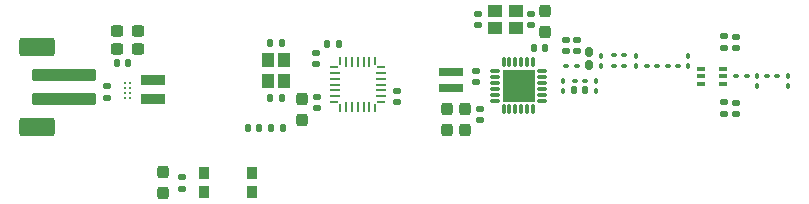
<source format=gbr>
%TF.GenerationSoftware,KiCad,Pcbnew,7.0.9*%
%TF.CreationDate,2024-11-24T18:14:13+08:00*%
%TF.ProjectId,node_v0.1,6e6f6465-5f76-4302-9e31-2e6b69636164,rev?*%
%TF.SameCoordinates,Original*%
%TF.FileFunction,Paste,Top*%
%TF.FilePolarity,Positive*%
%FSLAX46Y46*%
G04 Gerber Fmt 4.6, Leading zero omitted, Abs format (unit mm)*
G04 Created by KiCad (PCBNEW 7.0.9) date 2024-11-24 18:14:13*
%MOMM*%
%LPD*%
G01*
G04 APERTURE LIST*
G04 Aperture macros list*
%AMRoundRect*
0 Rectangle with rounded corners*
0 $1 Rounding radius*
0 $2 $3 $4 $5 $6 $7 $8 $9 X,Y pos of 4 corners*
0 Add a 4 corners polygon primitive as box body*
4,1,4,$2,$3,$4,$5,$6,$7,$8,$9,$2,$3,0*
0 Add four circle primitives for the rounded corners*
1,1,$1+$1,$2,$3*
1,1,$1+$1,$4,$5*
1,1,$1+$1,$6,$7*
1,1,$1+$1,$8,$9*
0 Add four rect primitives between the rounded corners*
20,1,$1+$1,$2,$3,$4,$5,0*
20,1,$1+$1,$4,$5,$6,$7,0*
20,1,$1+$1,$6,$7,$8,$9,0*
20,1,$1+$1,$8,$9,$2,$3,0*%
%AMFreePoly0*
4,1,14,0.230680,0.111820,0.364320,-0.021821,0.377500,-0.053642,0.377500,-0.080000,0.364320,-0.111820,0.332500,-0.125000,-0.332500,-0.125000,-0.364320,-0.111820,-0.377500,-0.080000,-0.377500,0.080000,-0.364320,0.111820,-0.332500,0.125000,0.198860,0.125000,0.230680,0.111820,0.230680,0.111820,$1*%
%AMFreePoly1*
4,1,14,0.364320,0.111820,0.377500,0.080000,0.377501,0.053640,0.364318,0.021819,0.230680,-0.111820,0.198860,-0.125000,-0.332500,-0.125000,-0.364320,-0.111820,-0.377500,-0.080000,-0.377500,0.080000,-0.364320,0.111820,-0.332500,0.125000,0.332500,0.125000,0.364320,0.111820,0.364320,0.111820,$1*%
%AMFreePoly2*
4,1,15,0.053642,0.377500,0.080000,0.377500,0.111820,0.364320,0.125000,0.332500,0.125000,-0.332500,0.111820,-0.364320,0.080000,-0.377500,-0.080000,-0.377500,-0.111820,-0.364320,-0.125000,-0.332500,-0.125000,0.198860,-0.111820,0.230680,0.021820,0.364320,0.053640,0.377501,0.053642,0.377500,0.053642,0.377500,$1*%
%AMFreePoly3*
4,1,14,-0.021820,0.364320,0.111820,0.230679,0.125001,0.198860,0.125000,-0.332500,0.111820,-0.364320,0.080000,-0.377500,-0.080000,-0.377500,-0.111820,-0.364320,-0.125000,-0.332500,-0.125000,0.332500,-0.111820,0.364320,-0.080000,0.377500,-0.053640,0.377500,-0.021820,0.364320,-0.021820,0.364320,$1*%
%AMFreePoly4*
4,1,14,0.364320,0.111820,0.377500,0.080000,0.377500,-0.080000,0.364320,-0.111820,0.332500,-0.125000,-0.198860,-0.125001,-0.230680,-0.111818,-0.364320,0.021820,-0.377500,0.053640,-0.377500,0.080000,-0.364320,0.111820,-0.332500,0.125000,0.332500,0.125000,0.364320,0.111820,0.364320,0.111820,$1*%
%AMFreePoly5*
4,1,15,-0.198858,0.125000,0.332500,0.125000,0.364320,0.111820,0.377500,0.080000,0.377500,-0.080000,0.364320,-0.111820,0.332500,-0.125000,-0.332500,-0.125000,-0.364320,-0.111820,-0.377500,-0.080000,-0.377500,-0.053640,-0.364320,-0.021820,-0.230680,0.111820,-0.198860,0.125001,-0.198858,0.125000,-0.198858,0.125000,$1*%
%AMFreePoly6*
4,1,14,0.111820,0.364320,0.125000,0.332500,0.125001,-0.198860,0.111818,-0.230680,-0.021820,-0.364320,-0.053640,-0.377500,-0.080000,-0.377500,-0.111820,-0.364320,-0.125000,-0.332500,-0.125000,0.332500,-0.111820,0.364320,-0.080000,0.377500,0.080000,0.377500,0.111820,0.364320,0.111820,0.364320,$1*%
%AMFreePoly7*
4,1,14,0.111820,0.364320,0.125000,0.332500,0.125000,-0.332500,0.111820,-0.364320,0.080000,-0.377500,0.053640,-0.377501,0.021819,-0.364318,-0.111820,-0.230680,-0.125000,-0.198860,-0.125000,0.332500,-0.111820,0.364320,-0.080000,0.377500,0.080000,0.377500,0.111820,0.364320,0.111820,0.364320,$1*%
G04 Aperture macros list end*
%ADD10RoundRect,0.140000X-0.170000X0.140000X-0.170000X-0.140000X0.170000X-0.140000X0.170000X0.140000X0*%
%ADD11RoundRect,0.237500X-0.237500X0.300000X-0.237500X-0.300000X0.237500X-0.300000X0.237500X0.300000X0*%
%ADD12RoundRect,0.140000X-0.140000X-0.170000X0.140000X-0.170000X0.140000X0.170000X-0.140000X0.170000X0*%
%ADD13RoundRect,0.140000X0.170000X-0.140000X0.170000X0.140000X-0.170000X0.140000X-0.170000X-0.140000X0*%
%ADD14RoundRect,0.237500X0.237500X-0.300000X0.237500X0.300000X-0.237500X0.300000X-0.237500X-0.300000X0*%
%ADD15R,1.000000X1.150000*%
%ADD16RoundRect,0.135000X0.135000X0.185000X-0.135000X0.185000X-0.135000X-0.185000X0.135000X-0.185000X0*%
%ADD17RoundRect,0.090000X-0.139000X-0.090000X0.139000X-0.090000X0.139000X0.090000X-0.139000X0.090000X0*%
%ADD18RoundRect,0.160000X-0.160000X0.222500X-0.160000X-0.222500X0.160000X-0.222500X0.160000X0.222500X0*%
%ADD19RoundRect,0.090000X-0.090000X0.139000X-0.090000X-0.139000X0.090000X-0.139000X0.090000X0.139000X0*%
%ADD20RoundRect,0.135000X-0.185000X0.135000X-0.185000X-0.135000X0.185000X-0.135000X0.185000X0.135000X0*%
%ADD21FreePoly0,0.000000*%
%ADD22RoundRect,0.062500X-0.375000X-0.062500X0.375000X-0.062500X0.375000X0.062500X-0.375000X0.062500X0*%
%ADD23FreePoly1,0.000000*%
%ADD24FreePoly2,0.000000*%
%ADD25RoundRect,0.062500X-0.062500X-0.375000X0.062500X-0.375000X0.062500X0.375000X-0.062500X0.375000X0*%
%ADD26FreePoly3,0.000000*%
%ADD27FreePoly4,0.000000*%
%ADD28FreePoly5,0.000000*%
%ADD29FreePoly6,0.000000*%
%ADD30FreePoly7,0.000000*%
%ADD31R,0.900000X1.000000*%
%ADD32RoundRect,0.090000X0.090000X-0.139000X0.090000X0.139000X-0.090000X0.139000X-0.090000X-0.139000X0*%
%ADD33R,0.650000X0.400000*%
%ADD34RoundRect,0.237500X0.237500X-0.287500X0.237500X0.287500X-0.237500X0.287500X-0.237500X-0.287500X0*%
%ADD35RoundRect,0.090000X0.139000X0.090000X-0.139000X0.090000X-0.139000X-0.090000X0.139000X-0.090000X0*%
%ADD36R,2.000000X0.850000*%
%ADD37RoundRect,0.140000X0.140000X0.170000X-0.140000X0.170000X-0.140000X-0.170000X0.140000X-0.170000X0*%
%ADD38R,2.000000X0.650000*%
%ADD39C,0.250000*%
%ADD40R,1.150000X1.000000*%
%ADD41RoundRect,0.135000X0.185000X-0.135000X0.185000X0.135000X-0.185000X0.135000X-0.185000X-0.135000X0*%
%ADD42RoundRect,0.135000X-0.135000X-0.185000X0.135000X-0.185000X0.135000X0.185000X-0.135000X0.185000X0*%
%ADD43RoundRect,0.237500X-0.300000X-0.237500X0.300000X-0.237500X0.300000X0.237500X-0.300000X0.237500X0*%
%ADD44RoundRect,0.075000X-0.075000X-0.325000X0.075000X-0.325000X0.075000X0.325000X-0.075000X0.325000X0*%
%ADD45RoundRect,0.075000X0.325000X-0.075000X0.325000X0.075000X-0.325000X0.075000X-0.325000X-0.075000X0*%
%ADD46R,2.700000X2.700000*%
%ADD47RoundRect,0.250000X1.250000X-0.550000X1.250000X0.550000X-1.250000X0.550000X-1.250000X-0.550000X0*%
%ADD48RoundRect,0.250000X2.500000X-0.250000X2.500000X0.250000X-2.500000X0.250000X-2.500000X-0.250000X0*%
G04 APERTURE END LIST*
D10*
%TO.C,C34*%
X88600000Y-68540000D03*
X88600000Y-69500000D03*
%TD*%
D11*
%TO.C,C33*%
X125700000Y-62197500D03*
X125700000Y-63922500D03*
%TD*%
D12*
%TO.C,C32*%
X124740000Y-65300000D03*
X125700000Y-65300000D03*
%TD*%
D10*
%TO.C,C31*%
X106300000Y-65720000D03*
X106300000Y-66680000D03*
%TD*%
D13*
%TO.C,C30*%
X106400000Y-70380000D03*
X106400000Y-69420000D03*
%TD*%
D14*
%TO.C,C29*%
X105100000Y-71362500D03*
X105100000Y-69637500D03*
%TD*%
D13*
%TO.C,C28*%
X113100000Y-69880000D03*
X113100000Y-68920000D03*
%TD*%
D15*
%TO.C,Y1*%
X103600000Y-68075000D03*
X103600000Y-66325000D03*
X102200000Y-66325000D03*
X102200000Y-68075000D03*
%TD*%
D16*
%TO.C,R2*%
X103510000Y-72100000D03*
X102490000Y-72100000D03*
%TD*%
D14*
%TO.C,C23*%
X118890000Y-72212500D03*
X118890000Y-70487500D03*
%TD*%
D12*
%TO.C,C13*%
X128120000Y-68900000D03*
X129080000Y-68900000D03*
%TD*%
D17*
%TO.C,L6*%
X144467500Y-67700000D03*
X145332500Y-67700000D03*
%TD*%
D18*
%TO.C,L2*%
X129400000Y-66772500D03*
X129400000Y-65627500D03*
%TD*%
D19*
%TO.C,C20*%
X143600000Y-67667500D03*
X143600000Y-68532500D03*
%TD*%
D14*
%TO.C,C22*%
X117400000Y-72212500D03*
X117400000Y-70487500D03*
%TD*%
D20*
%TO.C,R4*%
X140800000Y-64310000D03*
X140800000Y-65330000D03*
%TD*%
D12*
%TO.C,C2*%
X102420000Y-69500000D03*
X103380000Y-69500000D03*
%TD*%
D13*
%TO.C,C4*%
X124500000Y-63380000D03*
X124500000Y-62420000D03*
%TD*%
D21*
%TO.C,U1*%
X107802500Y-66900000D03*
D22*
X107862500Y-67400000D03*
X107862500Y-67900000D03*
X107862500Y-68400000D03*
X107862500Y-68900000D03*
X107862500Y-69400000D03*
D23*
X107802500Y-69900000D03*
D24*
X108300000Y-70397500D03*
D25*
X108800000Y-70337500D03*
X109300000Y-70337500D03*
X109800000Y-70337500D03*
X110300000Y-70337500D03*
X110800000Y-70337500D03*
D26*
X111300000Y-70397500D03*
D27*
X111797500Y-69900000D03*
D22*
X111737500Y-69400000D03*
X111737500Y-68900000D03*
X111737500Y-68400000D03*
X111737500Y-67900000D03*
X111737500Y-67400000D03*
D28*
X111797500Y-66900000D03*
D29*
X111300000Y-66402500D03*
D25*
X110800000Y-66462500D03*
X110300000Y-66462500D03*
X109800000Y-66462500D03*
X109300000Y-66462500D03*
X108800000Y-66462500D03*
D30*
X108300000Y-66402500D03*
%TD*%
D31*
%TO.C,SW1*%
X96750000Y-75900000D03*
X100850000Y-75900000D03*
X96750000Y-77500000D03*
X100850000Y-77500000D03*
%TD*%
D32*
%TO.C,C10*%
X133400000Y-65967500D03*
X133400000Y-66832500D03*
%TD*%
D13*
%TO.C,C17*%
X141800000Y-65300000D03*
X141800000Y-64340000D03*
%TD*%
D12*
%TO.C,C25*%
X89420000Y-66600000D03*
X90380000Y-66600000D03*
%TD*%
D10*
%TO.C,C16*%
X141800000Y-69920000D03*
X141800000Y-70880000D03*
%TD*%
D33*
%TO.C,U3*%
X138850000Y-67050000D03*
X138850000Y-67700000D03*
X138850000Y-68350000D03*
X140750000Y-68350000D03*
X140750000Y-67700000D03*
X140750000Y-67050000D03*
%TD*%
D34*
%TO.C,D1*%
X93300000Y-77575000D03*
X93300000Y-75825000D03*
%TD*%
D10*
%TO.C,C7*%
X128400000Y-65580000D03*
X128400000Y-64620000D03*
%TD*%
D17*
%TO.C,L1*%
X128332500Y-66800000D03*
X127467500Y-66800000D03*
%TD*%
D32*
%TO.C,C9*%
X130400000Y-65967500D03*
X130400000Y-66832500D03*
%TD*%
D19*
%TO.C,C19*%
X146200000Y-67667500D03*
X146200000Y-68532500D03*
%TD*%
D35*
%TO.C,C11*%
X134267500Y-66800000D03*
X135132500Y-66800000D03*
%TD*%
D36*
%TO.C,L8*%
X92500000Y-69625000D03*
X92500000Y-67975000D03*
%TD*%
D19*
%TO.C,C15*%
X130000000Y-68117500D03*
X130000000Y-68982500D03*
%TD*%
D37*
%TO.C,C1*%
X103380000Y-64900000D03*
X102420000Y-64900000D03*
%TD*%
D38*
%TO.C,L7*%
X117700000Y-67325000D03*
X117700000Y-68675000D03*
%TD*%
D39*
%TO.C,U4*%
X90500000Y-69500000D03*
X90100000Y-69500000D03*
X90500000Y-69100000D03*
X90100000Y-69100000D03*
X90500000Y-68700000D03*
X90100000Y-68700000D03*
X90500000Y-68300000D03*
X90100000Y-68300000D03*
%TD*%
D40*
%TO.C,Y2*%
X121425000Y-63600000D03*
X123175000Y-63600000D03*
X123175000Y-62200000D03*
X121425000Y-62200000D03*
%TD*%
D32*
%TO.C,C12*%
X137800000Y-65967500D03*
X137800000Y-66832500D03*
%TD*%
D41*
%TO.C,R3*%
X140800000Y-70910000D03*
X140800000Y-69890000D03*
%TD*%
D42*
%TO.C,R5*%
X107190000Y-65000000D03*
X108210000Y-65000000D03*
%TD*%
D19*
%TO.C,L5*%
X127200000Y-68067500D03*
X127200000Y-68932500D03*
%TD*%
D13*
%TO.C,C24*%
X120200000Y-71430000D03*
X120200000Y-70470000D03*
%TD*%
D43*
%TO.C,C27*%
X89437500Y-65400000D03*
X91162500Y-65400000D03*
%TD*%
D44*
%TO.C,U2*%
X124650000Y-66500000D03*
X124150000Y-66500000D03*
X123650000Y-66500000D03*
X123150000Y-66500000D03*
X122650000Y-66500000D03*
X122150000Y-66500000D03*
D45*
X121400000Y-67250000D03*
X121400000Y-67750000D03*
X121400000Y-68250000D03*
X121400000Y-68750000D03*
X121400000Y-69250000D03*
X121400000Y-69750000D03*
D44*
X122150000Y-70500000D03*
X122650000Y-70500000D03*
X123150000Y-70500000D03*
X123650000Y-70500000D03*
X124150000Y-70500000D03*
X124650000Y-70500000D03*
D45*
X125400000Y-69750000D03*
X125400000Y-69250000D03*
X125400000Y-68750000D03*
X125400000Y-68250000D03*
X125400000Y-67750000D03*
X125400000Y-67250000D03*
D46*
X123500000Y-68500000D03*
%TD*%
D47*
%TO.C,J3*%
X82650000Y-65200000D03*
X82650000Y-72000000D03*
D48*
X84900000Y-67600000D03*
X84900000Y-69600000D03*
%TD*%
D35*
%TO.C,C18*%
X142732500Y-67700000D03*
X141867500Y-67700000D03*
%TD*%
D17*
%TO.C,L3*%
X132332500Y-66800000D03*
X131467500Y-66800000D03*
%TD*%
D12*
%TO.C,C3*%
X100520000Y-72100000D03*
X101480000Y-72100000D03*
%TD*%
D17*
%TO.C,L4*%
X136932500Y-66800000D03*
X136067500Y-66800000D03*
%TD*%
D13*
%TO.C,C21*%
X119800000Y-68180000D03*
X119800000Y-67220000D03*
%TD*%
D43*
%TO.C,C26*%
X89437500Y-63900000D03*
X91162500Y-63900000D03*
%TD*%
D35*
%TO.C,C8*%
X131467500Y-65900000D03*
X132332500Y-65900000D03*
%TD*%
D10*
%TO.C,C5*%
X120000000Y-62420000D03*
X120000000Y-63380000D03*
%TD*%
D35*
%TO.C,C14*%
X129032500Y-68100000D03*
X128167500Y-68100000D03*
%TD*%
D10*
%TO.C,C6*%
X127400000Y-65580000D03*
X127400000Y-64620000D03*
%TD*%
D41*
%TO.C,R1*%
X94900000Y-77210000D03*
X94900000Y-76190000D03*
%TD*%
M02*

</source>
